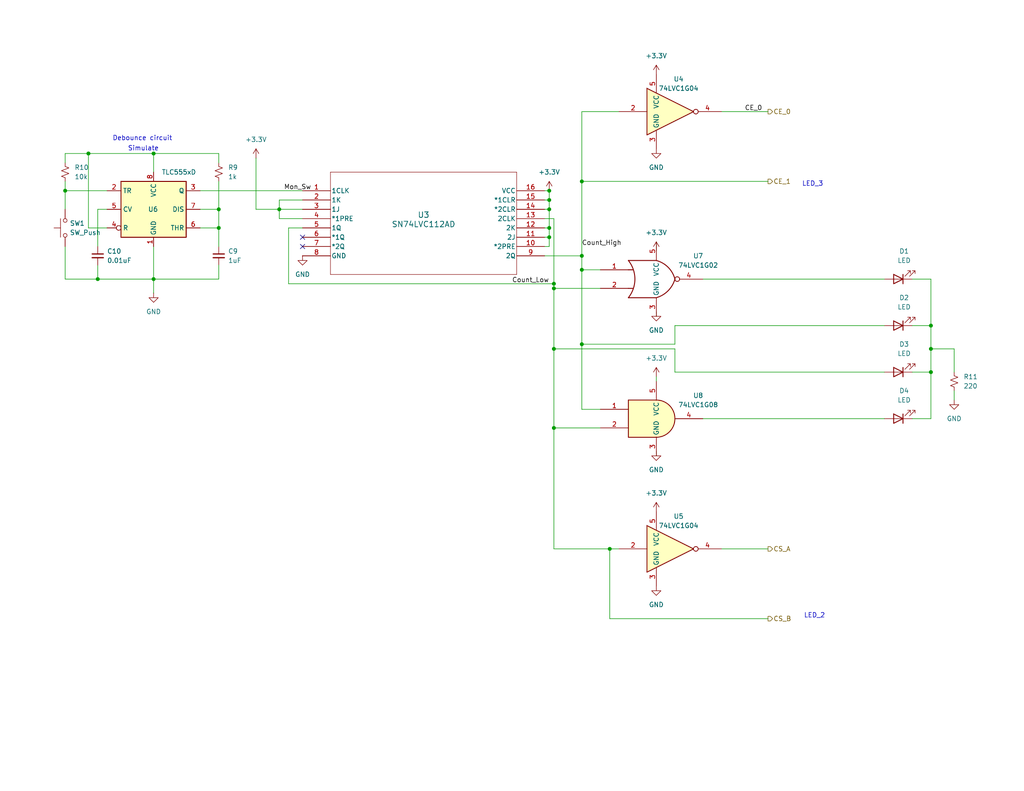
<source format=kicad_sch>
(kicad_sch (version 20250114) (generator "eeschema") (generator_version "9.0")
  (paper "USLetter")
  (title_block (title "Enable Counter") (date "24-Feb-2025") (rev "1") (company "rieberger.ca"))
  (lib_symbols
    (symbol "74xGxx:74LVC1G02"
      (property "Reference" "U" (at -5.08 7.62 0))
      (property "Value" "74LVC1G02" (at 7.62 -7.62 0))
      (symbol "74LVC1G02_0_1"
        (arc (start -7.62 5.08) (mid -5.838 0) (end -7.62 -5.08) (stroke (width 0.254)))
        (polyline (pts (xy -7.62 2.54) (xy -6.35 2.54)) (stroke (width 0.254)) (fill (type background)))
        (polyline (pts (xy -7.62 -2.54) (xy -6.35 -2.54)) (stroke (width 0.254)) (fill (type background)))
        (arc (start 5.08 0) (mid 3.202 -3.202) (end 0 -5.08) (stroke (width 0.254)))
        (arc (start 0 5.08) (mid 3.2271 3.2271) (end 5.08 0) (stroke (width 0.254)))
        (polyline (pts (xy 0 5.08) (xy -7.62 5.08)) (stroke (width 0.254)) (fill (type background)))
        (polyline (pts (xy 0 -5.08) (xy -7.62 -5.08)) (stroke (width 0.254)) (fill (type background)))
      )
      (symbol "74LVC1G02_1_1"
        (pin input line (at -15.24 2.54 0) (length 7.62) (name "~") (number "1"))
        (pin input line (at -15.24 -2.54 0) (length 7.62) (name "~") (number "2"))
        (pin power_in line (at 0 10.16 270) (length 5.08) (name "VCC") (number "5"))
        (pin power_in line (at 0 -10.16 90) (length 5.08) (name "GND") (number "3"))
        (pin output inverted (at 12.7 0 180) (length 7.62) (name "~") (number "4"))
      )
    )
    (symbol "74xGxx:74LVC1G04"
      (property "Reference" "U" (at 0 7.62 0))
      (property "Value" "74LVC1G04" (at 5.08 -7.62 0))
      (symbol "74LVC1G04_0_1"
        (polyline (pts (xy -7.62 6.35) (xy -7.62 -6.35) (xy 5.08 0) (xy -7.62 6.35)) (stroke (width 0.254)) (fill (type background)))
      )
      (symbol "74LVC1G04_1_1"
        (pin input line (at -15.24 0 0) (length 7.62) (name "~") (number "2"))
        (pin power_in line (at -5.08 10.16 270) (length 5.08) (name "VCC") (number "5"))
        (pin power_in line (at -5.08 -10.16 90) (length 5.08) (name "GND") (number "3"))
        (pin output inverted (at 12.7 0 180) (length 7.62) (name "~") (number "4"))
      )
    )
    (symbol "74xGxx:74LVC1G08"
      (property "Reference" "U" (at -5.08 7.62 0))
      (property "Value" "74LVC1G08" (at 7.62 -7.62 0))
      (symbol "74LVC1G08_0_1"
        (arc (start 0 5.08) (mid 5.0579 0) (end 0 -5.08) (stroke (width 0.254)) (fill (type background)))
        (polyline (pts (xy 0 -5.08) (xy -7.62 -5.08) (xy -7.62 5.08) (xy 0 5.08)) (stroke (width 0.254)) (fill (type background)))
      )
      (symbol "74LVC1G08_1_1"
        (pin input line (at -15.24 2.54 0) (length 7.62) (name "~") (number "1"))
        (pin input line (at -15.24 -2.54 0) (length 7.62) (name "~") (number "2"))
        (pin power_in line (at 0 10.16 270) (length 5.08) (name "VCC") (number "5"))
        (pin power_in line (at 0 -10.16 90) (length 5.08) (name "GND") (number "3"))
        (pin output line (at 12.7 0 180) (length 7.62) (name "~") (number "4"))
      )
    )
    (symbol "Device:C_Small" (pin_numbers (hide yes)) (pin_names (offset 0.254) (hide yes))
      (property "Reference" "C" (at 0.254 1.778 0))
      (property "Value" "C_Small" (at 0.254 -2.032 0))
      (symbol "C_Small_0_1"
        (polyline (pts (xy -1.524 0.508) (xy 1.524 0.508)) (stroke (width 0.3048)))
        (polyline (pts (xy -1.524 -0.508) (xy 1.524 -0.508)) (stroke (width 0.3302)))
      )
      (symbol "C_Small_1_1"
        (pin passive line (at 0 2.54 270) (length 2.032) (name "~") (number "1"))
        (pin passive line (at 0 -2.54 90) (length 2.032) (name "~") (number "2"))
      )
    )
    (symbol "Device:LED" (pin_numbers (hide yes)) (pin_names (offset 1.016) (hide yes))
      (property "Reference" "D" (at 0 2.54 0))
      (property "Value" "LED" (at 0 -2.54 0))
      (symbol "LED_0_1"
        (polyline (pts (xy -3.048 -0.762) (xy -4.572 -2.286) (xy -3.81 -2.286) (xy -4.572 -2.286) (xy -4.572 -1.524)))
        (polyline (pts (xy -1.778 -0.762) (xy -3.302 -2.286) (xy -2.54 -2.286) (xy -3.302 -2.286) (xy -3.302 -1.524)))
        (polyline (pts (xy -1.27 0) (xy 1.27 0)))
        (polyline (pts (xy -1.27 -1.27) (xy -1.27 1.27)) (stroke (width 0.254)))
        (polyline (pts (xy 1.27 -1.27) (xy 1.27 1.27) (xy -1.27 0) (xy 1.27 -1.27)) (stroke (width 0.254)))
      )
      (symbol "LED_1_1"
        (pin passive line (at -3.81 0 0) (length 2.54) (name "K") (number "1"))
        (pin passive line (at 3.81 0 180) (length 2.54) (name "A") (number "2"))
      )
    )
    (symbol "Device:R_Small_US" (pin_numbers (hide yes)) (pin_names (offset 0.254) (hide yes))
      (property "Reference" "R" (at 0.762 0.508 0))
      (property "Value" "R_Small_US" (at 0.762 -1.016 0))
      (symbol "R_Small_US_1_1"
        (polyline (pts (xy 0 1.524) (xy 1.016 1.143) (xy 0 0.762) (xy -1.016 0.381) (xy 0 0)))
        (polyline (pts (xy 0 0) (xy 1.016 -0.381) (xy 0 -0.762) (xy -1.016 -1.143) (xy 0 -1.524)))
        (pin passive line (at 0 2.54 270) (length 1.016) (name "~") (number "1"))
        (pin passive line (at 0 -2.54 90) (length 1.016) (name "~") (number "2"))
      )
    )
    (symbol "GND_1" (power) (pin_numbers (hide yes)) (pin_names (offset 0) (hide yes))
      (property "Value" "GND" (at 0 -3.81 0))
      (symbol "GND_1_0_1"
        (polyline (pts (xy 0 0) (xy 0 -1.27) (xy 1.27 -1.27) (xy 0 -2.54) (xy -1.27 -1.27) (xy 0 -1.27)))
      )
      (symbol "GND_1_1_1"
        (pin power_in line (at 0 0 270) (length 0) (name "~") (number "1"))
      )
    )
    (symbol "SN74LVC112A:SN74LVC112AD" (pin_names (offset 0.254))
      (property "Reference" "U" (at 33.02 10.16 0))
      (property "Value" "SN74LVC112AD" (at 33.02 7.62 0))
      (symbol "SN74LVC112AD_0_1"
        (polyline (pts (xy 7.62 5.08) (xy 7.62 -22.86)) (stroke (width 0.127)))
        (polyline (pts (xy 7.62 -22.86) (xy 58.42 -22.86)) (stroke (width 0.127)))
        (polyline (pts (xy 58.42 5.08) (xy 7.62 5.08)) (stroke (width 0.127)))
        (polyline (pts (xy 58.42 -22.86) (xy 58.42 5.08)) (stroke (width 0.127)))
        (pin input line (at 0 0 0) (length 7.62) (name "1CLK") (number "1"))
        (pin input line (at 0 -2.54 0) (length 7.62) (name "1K") (number "2"))
        (pin input line (at 0 -5.08 0) (length 7.62) (name "1J") (number "3"))
        (pin input line (at 0 -7.62 0) (length 7.62) (name "*1PRE") (number "4"))
        (pin output line (at 0 -10.16 0) (length 7.62) (name "1Q") (number "5"))
        (pin output line (at 0 -12.7 0) (length 7.62) (name "*1Q") (number "6"))
        (pin output line (at 0 -15.24 0) (length 7.62) (name "*2Q") (number "7"))
        (pin power_in line (at 0 -17.78 0) (length 7.62) (name "GND") (number "8"))
        (pin power_in line (at 66.04 0 180) (length 7.62) (name "VCC") (number "16"))
        (pin input line (at 66.04 -2.54 180) (length 7.62) (name "*1CLR") (number "15"))
        (pin input line (at 66.04 -5.08 180) (length 7.62) (name "*2CLR") (number "14"))
        (pin input line (at 66.04 -7.62 180) (length 7.62) (name "2CLK") (number "13"))
        (pin input line (at 66.04 -10.16 180) (length 7.62) (name "2K") (number "12"))
        (pin input line (at 66.04 -12.7 180) (length 7.62) (name "2J") (number "11"))
        (pin input line (at 66.04 -15.24 180) (length 7.62) (name "*2PRE") (number "10"))
        (pin output line (at 66.04 -17.78 180) (length 7.62) (name "2Q") (number "9"))
      )
    )
    (symbol "Switch:SW_Push" (pin_numbers (hide yes)) (pin_names (offset 1.016) (hide yes))
      (property "Reference" "SW" (at 1.27 2.54 0))
      (property "Value" "SW_Push" (at 0 -1.524 0))
      (symbol "SW_Push_0_1"
        (circle (center -2.032 0) (radius 0.508))
        (polyline (pts (xy 0 1.27) (xy 0 3.048)))
        (circle (center 2.032 0) (radius 0.508))
        (polyline (pts (xy 2.54 1.27) (xy -2.54 1.27)))
        (pin passive line (at -5.08 0 0) (length 2.54) (name "1") (number "1"))
        (pin passive line (at 5.08 0 180) (length 2.54) (name "2") (number "2"))
      )
    )
    (symbol "Timer:TLC555xD"
      (property "Reference" "U" (at -10.16 8.89 0))
      (property "Value" "TLC555xD" (at 2.54 8.89 0))
      (symbol "TLC555xD_0_0"
        (pin power_in line (at 0 10.16 270) (length 2.54) (name "VCC") (number "8"))
        (pin power_in line (at 0 -10.16 90) (length 2.54) (name "GND") (number "1"))
      )
      (symbol "TLC555xD_0_1"
        (rectangle (start -8.89 -7.62) (end 8.89 7.62) (stroke (width 0.254)) (fill (type background)))
        (rectangle (start -8.89 -7.62) (end 8.89 7.62) (stroke (width 0.254)) (fill (type background)))
      )
      (symbol "TLC555xD_1_1"
        (pin input line (at -12.7 5.08 0) (length 3.81) (name "TR") (number "2"))
        (pin input line (at -12.7 0 0) (length 3.81) (name "CV") (number "5"))
        (pin input inverted (at -12.7 -5.08 0) (length 3.81) (name "R") (number "4"))
        (pin output line (at 12.7 5.08 180) (length 3.81) (name "Q") (number "3"))
        (pin input line (at 12.7 0 180) (length 3.81) (name "DIS") (number "7"))
        (pin input line (at 12.7 -5.08 180) (length 3.81) (name "THR") (number "6"))
      )
    )
    (symbol "power:+3.3V" (power) (pin_names (offset 0))
      (property "Value" "+3.3V" (at 0 3.556 0))
      (symbol "+3.3V_0_1"
        (polyline (pts (xy -0.762 1.27) (xy 0 2.54)))
        (polyline (pts (xy 0 2.54) (xy 0.762 1.27)))
        (polyline (pts (xy 0 0) (xy 0 2.54)))
      )
      (symbol "+3.3V_1_1"
        (pin power_in line (at 0 0 90) (length 0) (hide yes) (name "+3.3V") (number "1"))
      )
    )
    (symbol "power:GND" (power) (pin_names (offset 0))
      (property "Value" "GND" (at 0 -3.81 0))
      (symbol "GND_0_1"
        (polyline (pts (xy 0 0) (xy 0 -1.27) (xy 1.27 -1.27) (xy 0 -2.54) (xy -1.27 -1.27) (xy 0 -1.27)))
      )
      (symbol "GND_1_1"
        (pin power_in line (at 0 0 270) (length 0) (hide yes) (name "GND") (number "1"))
      )
    )
  )
  (text "Debounce circuit" (at 38.862 37.846 0) (effects (font (size 1.27 1.27))))
  (text "LED_3" (at 221.742 50.292 0) (effects (font (size 1.27 1.27))))
  (text "Simulate" (at 39.116 40.64 0) (effects (font (size 1.27 1.27))))
  (text "LED_2" (at 222.25 168.148 0) (effects (font (size 1.27 1.27))))
  (junction (at 254 95.25))
  (junction (at 158.75 69.85))
  (junction (at 151.13 116.84))
  (junction (at 41.91 41.91))
  (junction (at 158.75 49.53))
  (junction (at 151.13 95.25))
  (junction (at 149.86 57.15))
  (junction (at 149.86 52.07))
  (junction (at 149.86 54.61))
  (junction (at 24.13 41.91))
  (junction (at 158.75 93.98))
  (junction (at 59.69 57.15))
  (junction (at 59.69 62.23))
  (junction (at 254 88.9))
  (junction (at 149.86 62.23))
  (junction (at 41.91 76.2))
  (junction (at 17.78 52.07))
  (junction (at 149.86 64.77))
  (junction (at 254 101.6))
  (junction (at 158.75 73.66))
  (junction (at 151.13 78.74))
  (junction (at 26.67 76.2))
  (junction (at 76.2 57.15))
  (junction (at 166.37 149.86))
  (junction (at 151.13 77.47))
  (no_connect (at 82.55 67.31))
  (no_connect (at 82.55 64.77))
  (wire (pts (xy 179.07 124.46) (xy 179.07 123.19)))
  (wire (pts (xy 179.07 104.14) (xy 179.07 102.87)))
  (wire (pts (xy 151.13 95.25) (xy 184.15 95.25)))
  (wire (pts (xy 17.78 67.31) (xy 17.78 76.2)))
  (wire (pts (xy 179.07 86.36) (xy 179.07 85.09)))
  (wire (pts (xy 76.2 59.69) (xy 82.55 59.69)))
  (wire (pts (xy 41.91 41.91) (xy 59.69 41.91)))
  (wire (pts (xy 166.37 168.91) (xy 209.55 168.91)))
  (wire (pts (xy 26.67 76.2) (xy 41.91 76.2)))
  (wire (pts (xy 149.86 57.15) (xy 148.59 57.15)))
  (wire (pts (xy 59.69 62.23) (xy 59.69 67.31)))
  (wire (pts (xy 41.91 76.2) (xy 59.69 76.2)))
  (wire (pts (xy 148.59 69.85) (xy 158.75 69.85)))
  (wire (pts (xy 17.78 52.07) (xy 17.78 57.15)))
  (wire (pts (xy 151.13 78.74) (xy 151.13 95.25)))
  (wire (pts (xy 17.78 41.91) (xy 17.78 44.45)))
  (wire (pts (xy 17.78 49.53) (xy 17.78 52.07)))
  (wire (pts (xy 69.85 43.18) (xy 69.85 57.15)))
  (wire (pts (xy 149.86 64.77) (xy 148.59 64.77)))
  (wire (pts (xy 158.75 69.85) (xy 158.75 73.66)))
  (wire (pts (xy 76.2 54.61) (xy 76.2 57.15)))
  (wire (pts (xy 166.37 149.86) (xy 166.37 168.91)))
  (wire (pts (xy 59.69 57.15) (xy 59.69 62.23)))
  (wire (pts (xy 17.78 76.2) (xy 26.67 76.2)))
  (wire (pts (xy 158.75 30.48) (xy 158.75 49.53)))
  (wire (pts (xy 24.13 41.91) (xy 41.91 41.91)))
  (wire (pts (xy 191.77 114.3) (xy 241.3 114.3)))
  (wire (pts (xy 191.77 76.2) (xy 241.3 76.2)))
  (wire (pts (xy 184.15 95.25) (xy 184.15 101.6)))
  (wire (pts (xy 248.92 114.3) (xy 254 114.3)))
  (wire (pts (xy 151.13 77.47) (xy 151.13 78.74)))
  (wire (pts (xy 151.13 78.74) (xy 163.83 78.74)))
  (wire (pts (xy 158.75 73.66) (xy 158.75 93.98)))
  (wire (pts (xy 69.85 57.15) (xy 76.2 57.15)))
  (wire (pts (xy 254 114.3) (xy 254 101.6)))
  (wire (pts (xy 17.78 52.07) (xy 29.21 52.07)))
  (wire (pts (xy 158.75 49.53) (xy 158.75 69.85)))
  (wire (pts (xy 149.86 62.23) (xy 149.86 64.77)))
  (wire (pts (xy 149.86 62.23) (xy 148.59 62.23)))
  (wire (pts (xy 26.67 72.39) (xy 26.67 76.2)))
  (wire (pts (xy 54.61 52.07) (xy 82.55 52.07)))
  (wire (pts (xy 196.85 30.48) (xy 209.55 30.48)))
  (wire (pts (xy 184.15 88.9) (xy 184.15 93.98)))
  (wire (pts (xy 148.59 67.31) (xy 149.86 67.31)))
  (wire (pts (xy 248.92 101.6) (xy 254 101.6)))
  (wire (pts (xy 17.78 41.91) (xy 24.13 41.91)))
  (wire (pts (xy 29.21 62.23) (xy 24.13 62.23)))
  (wire (pts (xy 254 76.2) (xy 248.92 76.2)))
  (wire (pts (xy 26.67 57.15) (xy 26.67 67.31)))
  (wire (pts (xy 184.15 101.6) (xy 241.3 101.6)))
  (wire (pts (xy 149.86 52.07) (xy 149.86 54.61)))
  (wire (pts (xy 158.75 30.48) (xy 168.91 30.48)))
  (wire (pts (xy 41.91 41.91) (xy 41.91 46.99)))
  (wire (pts (xy 59.69 72.39) (xy 59.69 76.2)))
  (wire (pts (xy 149.86 52.07) (xy 148.59 52.07)))
  (wire (pts (xy 196.85 149.86) (xy 209.55 149.86)))
  (wire (pts (xy 158.75 93.98) (xy 158.75 111.76)))
  (wire (pts (xy 248.92 88.9) (xy 254 88.9)))
  (wire (pts (xy 82.55 62.23) (xy 78.74 62.23)))
  (wire (pts (xy 168.91 149.86) (xy 166.37 149.86)))
  (wire (pts (xy 41.91 76.2) (xy 41.91 80.01)))
  (wire (pts (xy 149.86 54.61) (xy 148.59 54.61)))
  (wire (pts (xy 158.75 49.53) (xy 209.55 49.53)))
  (wire (pts (xy 260.35 106.68) (xy 260.35 109.22)))
  (wire (pts (xy 241.3 88.9) (xy 184.15 88.9)))
  (wire (pts (xy 151.13 59.69) (xy 151.13 77.47)))
  (wire (pts (xy 254 95.25) (xy 260.35 95.25)))
  (wire (pts (xy 59.69 49.53) (xy 59.69 57.15)))
  (wire (pts (xy 149.86 57.15) (xy 149.86 62.23)))
  (wire (pts (xy 59.69 41.91) (xy 59.69 44.45)))
  (wire (pts (xy 59.69 62.23) (xy 54.61 62.23)))
  (wire (pts (xy 41.91 67.31) (xy 41.91 76.2)))
  (wire (pts (xy 149.86 54.61) (xy 149.86 57.15)))
  (wire (pts (xy 151.13 149.86) (xy 166.37 149.86)))
  (wire (pts (xy 59.69 57.15) (xy 54.61 57.15)))
  (wire (pts (xy 254 95.25) (xy 254 101.6)))
  (wire (pts (xy 158.75 73.66) (xy 163.83 73.66)))
  (wire (pts (xy 148.59 59.69) (xy 151.13 59.69)))
  (wire (pts (xy 151.13 95.25) (xy 151.13 116.84)))
  (wire (pts (xy 179.07 66.04) (xy 179.07 68.58)))
  (wire (pts (xy 29.21 57.15) (xy 26.67 57.15)))
  (wire (pts (xy 149.86 64.77) (xy 149.86 67.31)))
  (wire (pts (xy 184.15 93.98) (xy 158.75 93.98)))
  (wire (pts (xy 254 88.9) (xy 254 76.2)))
  (wire (pts (xy 151.13 116.84) (xy 163.83 116.84)))
  (wire (pts (xy 76.2 54.61) (xy 82.55 54.61)))
  (wire (pts (xy 78.74 77.47) (xy 151.13 77.47)))
  (wire (pts (xy 254 88.9) (xy 254 95.25)))
  (wire (pts (xy 76.2 57.15) (xy 82.55 57.15)))
  (wire (pts (xy 260.35 95.25) (xy 260.35 101.6)))
  (wire (pts (xy 24.13 41.91) (xy 24.13 62.23)))
  (wire (pts (xy 158.75 111.76) (xy 163.83 111.76)))
  (wire (pts (xy 76.2 57.15) (xy 76.2 59.69)))
  (wire (pts (xy 78.74 62.23) (xy 78.74 77.47)))
  (wire (pts (xy 151.13 149.86) (xy 151.13 116.84)))
  (label "CE_0" (at 203.2 30.48 0))
  (label "Count_High" (at 158.75 67.31 0))
  (label "Mon_Sw" (at 77.47 52.07 0))
  (label "Count_Low" (at 139.7 77.47 0))
  (hierarchical_label "CS_A" (shape output) (at 209.55 149.86 0))
  (hierarchical_label "CE_0" (shape output) (at 209.55 30.48 0))
  (hierarchical_label "CS_B" (shape output) (at 209.55 168.91 0))
  (hierarchical_label "CE_1" (shape output) (at 209.55 49.53 0))
  (symbol (lib_id "power:GND") (at 179.07 40.64 0) (unit 1)
    (property "Reference" "#PWR08" (effects (hide yes)))
    (property "Value" "GND" (at 179.07 45.72 0))
  )
  (symbol (lib_id "power:GND") (at 179.07 123.19 0) (unit 1)
    (property "Reference" "#PWR18" (effects (hide yes)))
    (property "Value" "GND" (at 179.07 128.27 0))
  )
  (symbol (lib_id "power:+3.3V") (at 149.86 52.07 0) (unit 1)
    (property "Reference" "#PWR07" (effects (hide yes)))
    (property "Value" "+3.3V" (at 149.86 46.99 0))
  )
  (symbol (lib_id "power:+3.3V") (at 179.07 68.58 0) (unit 1)
    (property "Reference" "#PWR20" (effects (hide yes)))
    (property "Value" "+3.3V" (at 179.07 63.5 0))
  )
  (symbol (lib_id "power:+3.3V") (at 69.85 43.18 0) (unit 1)
    (property "Reference" "#PWR05" (effects (hide yes)))
    (property "Value" "+3.3V" (at 69.85 38.1 0))
  )
  (symbol (lib_id "Device:LED") (at 245.11 76.2 180) (unit 1)
    (property "Reference" "D1" (at 246.6975 68.58 0))
    (property "Value" "LED" (at 246.6975 71.12 0))
    (property "Description" "Light emitting diode" (effects (hide yes)))
  )
  (symbol (lib_id "Switch:SW_Push") (at 17.78 62.23 90) (unit 1)
    (property "Reference" "SW1" (at 19.05 60.9599 90) (effects (justify right)))
    (property "Value" "SW_Push" (at 19.05 63.4999 90) (effects (justify right)))
    (property "Description" "Push button switch, generic, two pins" (effects (hide yes)))
  )
  (symbol (lib_id "power:GND") (at 179.07 85.09 0) (unit 1)
    (property "Reference" "#PWR19" (effects (hide yes)))
    (property "Value" "GND" (at 179.07 90.17 0))
  )
  (symbol (lib_id "Device:LED") (at 245.11 114.3 180) (unit 1)
    (property "Reference" "D4" (at 246.6975 106.68 0))
    (property "Value" "LED" (at 246.6975 109.22 0))
    (property "Description" "Light emitting diode" (effects (hide yes)))
  )
  (symbol (lib_id "74xGxx:74LVC1G08") (at 179.07 114.3 0) (unit 1)
    (property "Reference" "U8" (at 190.5 107.9814 0))
    (property "Value" "74LVC1G08" (at 190.5 110.5214 0))
    (property "Datasheet" "https://www.ti.com/lit/ds/symlink/sn74lvc1g08.pdf" (effects (hide yes)))
    (property "Description" "Single AND Gate, Low-Voltage CMOS" (effects (hide yes)))
  )
  (symbol (lib_id "Device:C_Small") (at 59.69 69.85 0) (unit 1)
    (property "Reference" "C9" (at 62.23 68.5862 0) (effects (justify left)))
    (property "Value" "1uF" (at 62.23 71.1262 0) (effects (justify left)))
    (property "Description" "Unpolarized capacitor, small symbol" (effects (hide yes)))
  )
  (symbol (lib_id "Device:R_Small_US") (at 260.35 104.14 0) (unit 1)
    (property "Reference" "R11" (at 262.89 102.8699 0) (effects (justify left)))
    (property "Value" "220" (at 262.89 105.4099 0) (effects (justify left)))
    (property "Description" "Resistor, small US symbol" (effects (hide yes)))
  )
  (symbol (lib_name "GND_1") (lib_id "power:GND") (at 82.55 69.85 0) (unit 1)
    (property "Reference" "#PWR06" (effects (hide yes)))
    (property "Value" "GND" (at 82.55 74.93 0))
    (property "Description" "Power symbol creates a global label with name \"GND\" , ground" (effects (hide yes)))
  )
  (symbol (lib_id "74xGxx:74LVC1G02") (at 179.07 76.2 0) (unit 1)
    (property "Reference" "U7" (at 190.5 69.8814 0))
    (property "Value" "74LVC1G02" (at 190.5 72.4214 0))
    (property "Datasheet" "https://www.ti.com/lit/ds/symlink/sn74lvc1g02.pdf" (effects (hide yes)))
    (property "Description" "Single NOR Gate, Low-Voltage CMOS" (effects (hide yes)))
  )
  (symbol (lib_id "Device:R_Small_US") (at 59.69 46.99 0) (unit 1)
    (property "Reference" "R9" (at 62.23 45.7199 0) (effects (justify left)))
    (property "Value" "1k" (at 62.23 48.2599 0) (effects (justify left)))
    (property "Description" "Resistor, small US symbol" (effects (hide yes)))
  )
  (symbol (lib_id "74xGxx:74LVC1G04") (at 184.15 30.48 0) (unit 1)
    (property "Reference" "U4" (at 185.166 21.59 0))
    (property "Value" "74LVC1G04" (at 185.166 24.13 0))
    (property "Datasheet" "https://www.ti.com/lit/ds/symlink/sn74lvc1g04.pdf" (effects (hide yes)))
    (property "Description" "Single NOT Gate, Low-Voltage CMOS" (effects (hide yes)))
  )
  (symbol (lib_id "74xGxx:74LVC1G04") (at 184.15 149.86 0) (unit 1)
    (property "Reference" "U5" (at 185.166 140.97 0))
    (property "Value" "74LVC1G04" (at 185.166 143.51 0))
    (property "Datasheet" "https://www.ti.com/lit/ds/symlink/sn74lvc1g04.pdf" (effects (hide yes)))
    (property "Description" "Single NOT Gate, Low-Voltage CMOS" (effects (hide yes)))
  )
  (symbol (lib_id "SN74LVC112A:SN74LVC112AD") (at 82.55 52.07 0) (unit 1)
    (property "Reference" "U3" (at 115.57 58.674 0) (effects (font (size 1.524 1.524))))
    (property "Value" "SN74LVC112AD" (at 115.57 61.214 0) (effects (font (size 1.524 1.524))))
    (property "Footprint" "D16" (effects (hide yes)))
    (property "Datasheet" "SN74LVC112AD" (effects (hide yes)))
  )
  (symbol (lib_id "Device:LED") (at 245.11 101.6 180) (unit 1)
    (property "Reference" "D3" (at 246.6975 93.98 0))
    (property "Value" "LED" (at 246.6975 96.52 0))
    (property "Description" "Light emitting diode" (effects (hide yes)))
  )
  (symbol (lib_id "power:GND") (at 179.07 160.02 0) (unit 1)
    (property "Reference" "#PWR011" (effects (hide yes)))
    (property "Value" "GND" (at 179.07 165.1 0))
  )
  (symbol (lib_id "Device:R_Small_US") (at 17.78 46.99 0) (unit 1)
    (property "Reference" "R10" (at 20.32 45.7199 0) (effects (justify left)))
    (property "Value" "10k" (at 20.32 48.2599 0) (effects (justify left)))
    (property "Description" "Resistor, small US symbol" (effects (hide yes)))
  )
  (symbol (lib_id "power:GND") (at 260.35 109.22 0) (unit 1)
    (property "Reference" "#PWR22" (effects (hide yes)))
    (property "Value" "GND" (at 260.35 114.3 0))
  )
  (symbol (lib_id "Timer:TLC555xD") (at 41.91 57.15 0) (unit 1)
    (property "Reference" "U6" (at 40.386 57.15 0) (effects (justify left)))
    (property "Value" "TLC555xD" (at 44.1041 46.99 0) (effects (justify left)))
    (property "Footprint" "Package_SO:SOIC-8_3.9x4.9mm_P1.27mm" (effects (hide yes)))
    (property "Datasheet" "http://www.ti.com/lit/ds/symlink/tlc555.pdf" (effects (hide yes)))
    (property "Description" "Single LinCMOS Timer, 555 compatible, SOIC-8" (effects (hide yes)))
  )
  (symbol (lib_id "Device:LED") (at 245.11 88.9 180) (unit 1)
    (property "Reference" "D2" (at 246.6975 81.28 0))
    (property "Value" "LED" (at 246.6975 83.82 0))
    (property "Description" "Light emitting diode" (effects (hide yes)))
  )
  (symbol (lib_id "power:+3.3V") (at 179.07 139.7 0) (unit 1)
    (property "Reference" "#PWR010" (effects (hide yes)))
    (property "Value" "+3.3V" (at 179.07 134.62 0))
  )
  (symbol (lib_id "power:+3.3V") (at 179.07 102.87 0) (unit 1)
    (property "Reference" "#PWR21" (effects (hide yes)))
    (property "Value" "+3.3V" (at 179.07 97.79 0))
  )
  (symbol (lib_name "GND_1") (lib_id "power:GND") (at 41.91 80.01 0) (unit 1)
    (property "Reference" "#PWR17" (effects (hide yes)))
    (property "Value" "GND" (at 41.91 85.09 0))
    (property "Description" "Power symbol creates a global label with name \"GND\" , ground" (effects (hide yes)))
  )
  (symbol (lib_id "Device:C_Small") (at 26.67 69.85 0) (unit 1)
    (property "Reference" "C10" (at 29.21 68.5862 0) (effects (justify left)))
    (property "Value" "0.01uF" (at 29.21 71.1262 0) (effects (justify left)))
    (property "Description" "Unpolarized capacitor, small symbol" (effects (hide yes)))
  )
  (symbol (lib_id "power:+3.3V") (at 179.07 20.32 0) (unit 1)
    (property "Reference" "#PWR09" (effects (hide yes)))
    (property "Value" "+3.3V" (at 179.07 15.24 0))
  )
)
</source>
